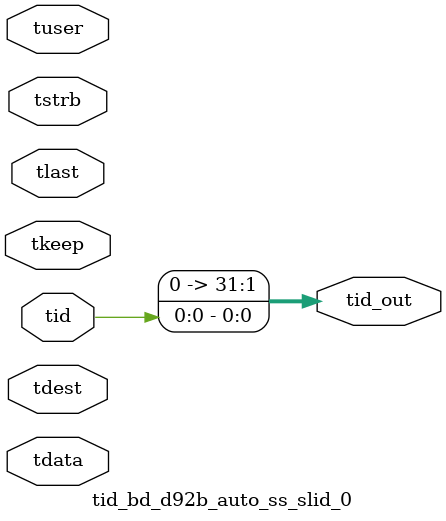
<source format=v>


`timescale 1ps/1ps

module tid_bd_d92b_auto_ss_slid_0 #
(
parameter C_S_AXIS_TID_WIDTH   = 1,
parameter C_S_AXIS_TUSER_WIDTH = 0,
parameter C_S_AXIS_TDATA_WIDTH = 0,
parameter C_S_AXIS_TDEST_WIDTH = 0,
parameter C_M_AXIS_TID_WIDTH   = 32
)
(
input  [(C_S_AXIS_TID_WIDTH   == 0 ? 1 : C_S_AXIS_TID_WIDTH)-1:0       ] tid,
input  [(C_S_AXIS_TDATA_WIDTH == 0 ? 1 : C_S_AXIS_TDATA_WIDTH)-1:0     ] tdata,
input  [(C_S_AXIS_TUSER_WIDTH == 0 ? 1 : C_S_AXIS_TUSER_WIDTH)-1:0     ] tuser,
input  [(C_S_AXIS_TDEST_WIDTH == 0 ? 1 : C_S_AXIS_TDEST_WIDTH)-1:0     ] tdest,
input  [(C_S_AXIS_TDATA_WIDTH/8)-1:0 ] tkeep,
input  [(C_S_AXIS_TDATA_WIDTH/8)-1:0 ] tstrb,
input                                                                    tlast,
output [(C_M_AXIS_TID_WIDTH   == 0 ? 1 : C_M_AXIS_TID_WIDTH)-1:0       ] tid_out
);

assign tid_out = {tid[0:0]};

endmodule


</source>
